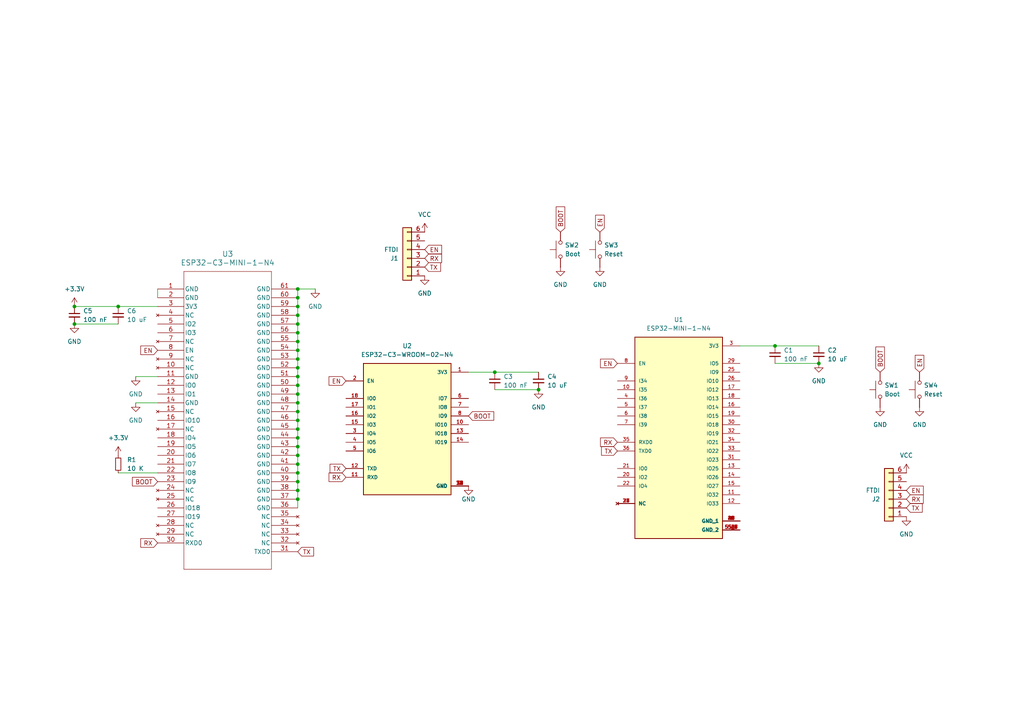
<source format=kicad_sch>
(kicad_sch (version 20231120) (generator "eeschema") (generator_version "8.0")
  (paper "A4")
  (lib_symbols
    (symbol "Connector_Generic:Conn_01x06" (pin_names (offset 1.016) hide)
      (property "Reference" "J" (at 0 7.62 0))
      (property "Value" "Conn_01x06" (at 0 -10.16 0))
      (symbol "Conn_01x06_1_1"
        (rectangle (start -1.27 -7.493) (end 0 -7.747) (stroke (width 0.1524)))
        (rectangle (start -1.27 -4.953) (end 0 -5.207) (stroke (width 0.1524)))
        (rectangle (start -1.27 -2.413) (end 0 -2.667) (stroke (width 0.1524)))
        (rectangle (start -1.27 0.127) (end 0 -0.127) (stroke (width 0.1524)))
        (rectangle (start -1.27 2.667) (end 0 2.413) (stroke (width 0.1524)))
        (rectangle (start -1.27 5.207) (end 0 4.953) (stroke (width 0.1524)))
        (rectangle (start -1.27 6.35) (end 1.27 -8.89) (stroke (width 0.254)) (fill (type background)))
        (pin passive line (at -5.08 5.08 0) (length 3.81) (name "Pin_1") (number "1"))
        (pin passive line (at -5.08 2.54 0) (length 3.81) (name "Pin_2") (number "2"))
        (pin passive line (at -5.08 0 0) (length 3.81) (name "Pin_3") (number "3"))
        (pin passive line (at -5.08 -2.54 0) (length 3.81) (name "Pin_4") (number "4"))
        (pin passive line (at -5.08 -5.08 0) (length 3.81) (name "Pin_5") (number "5"))
        (pin passive line (at -5.08 -7.62 0) (length 3.81) (name "Pin_6") (number "6"))
      )
    )
    (symbol "Device:C_Small" (pin_numbers hide) (pin_names (offset 0.254) hide)
      (property "Reference" "C" (at 0.254 1.778 0))
      (property "Value" "C_Small" (at 0.254 -2.032 0))
      (symbol "C_Small_0_1"
        (polyline (pts (xy -1.524 -0.508) (xy 1.524 -0.508)) (stroke (width 0.3302)))
        (polyline (pts (xy -1.524 0.508) (xy 1.524 0.508)) (stroke (width 0.3048)))
      )
      (symbol "C_Small_1_1"
        (pin passive line (at 0 2.54 270) (length 2.032) (name "~") (number "1"))
        (pin passive line (at 0 -2.54 90) (length 2.032) (name "~") (number "2"))
      )
    )
    (symbol "Device:R_Small" (pin_numbers hide) (pin_names (offset 0.254) hide)
      (property "Reference" "R" (at 0.762 0.508 0))
      (property "Value" "R_Small" (at 0.762 -1.016 0))
      (symbol "R_Small_0_1"
        (rectangle (start -0.762 1.778) (end 0.762 -1.778) (stroke (width 0.2032)))
      )
      (symbol "R_Small_1_1"
        (pin passive line (at 0 2.54 270) (length 0.762) (name "~") (number "1"))
        (pin passive line (at 0 -2.54 90) (length 0.762) (name "~") (number "2"))
      )
    )
    (symbol "ESP32-C3-WROOM-02-N4:ESP32-C3-WROOM-02-N4" (pin_names (offset 1.016))
      (property "Reference" "U" (at -12.7 21.082 0))
      (property "Value" "ESP32-C3-WROOM-02-N4" (at -12.7 -18.542 0))
      (symbol "ESP32-C3-WROOM-02-N4_0_0"
        (rectangle (start -12.7 -17.78) (end 12.7 20.32) (stroke (width 0.254)) (fill (type background)))
        (pin power_in line (at 17.78 17.78 180) (length 5.08) (name "3V3") (number "1"))
        (pin bidirectional line (at 17.78 2.54 180) (length 5.08) (name "IO10") (number "10"))
        (pin bidirectional line (at -17.78 -12.7 0) (length 5.08) (name "RXD") (number "11"))
        (pin bidirectional line (at -17.78 -10.16 0) (length 5.08) (name "TXD") (number "12"))
        (pin bidirectional line (at 17.78 0 180) (length 5.08) (name "IO18") (number "13"))
        (pin bidirectional line (at 17.78 -2.54 180) (length 5.08) (name "IO19") (number "14"))
        (pin bidirectional line (at -17.78 2.54 0) (length 5.08) (name "IO3") (number "15"))
        (pin bidirectional line (at -17.78 5.08 0) (length 5.08) (name "IO2") (number "16"))
        (pin bidirectional line (at -17.78 7.62 0) (length 5.08) (name "IO1") (number "17"))
        (pin bidirectional line (at -17.78 10.16 0) (length 5.08) (name "IO0") (number "18"))
        (pin power_in line (at 17.78 -15.24 180) (length 5.08) (name "GND") (number "19"))
        (pin input line (at -17.78 15.24 0) (length 5.08) (name "EN") (number "2"))
        (pin power_in line (at 17.78 -15.24 180) (length 5.08) (name "GND") (number "20"))
        (pin power_in line (at 17.78 -15.24 180) (length 5.08) (name "GND") (number "21"))
        (pin power_in line (at 17.78 -15.24 180) (length 5.08) (name "GND") (number "22"))
        (pin power_in line (at 17.78 -15.24 180) (length 5.08) (name "GND") (number "23"))
        (pin power_in line (at 17.78 -15.24 180) (length 5.08) (name "GND") (number "24"))
        (pin power_in line (at 17.78 -15.24 180) (length 5.08) (name "GND") (number "25"))
        (pin power_in line (at 17.78 -15.24 180) (length 5.08) (name "GND") (number "26"))
        (pin power_in line (at 17.78 -15.24 180) (length 5.08) (name "GND") (number "27"))
        (pin power_in line (at 17.78 -15.24 180) (length 5.08) (name "GND") (number "28"))
        (pin power_in line (at 17.78 -15.24 180) (length 5.08) (name "GND") (number "29"))
        (pin bidirectional line (at -17.78 0 0) (length 5.08) (name "IO4") (number "3"))
        (pin power_in line (at 17.78 -15.24 180) (length 5.08) (name "GND") (number "30"))
        (pin power_in line (at 17.78 -15.24 180) (length 5.08) (name "GND") (number "31"))
        (pin power_in line (at 17.78 -15.24 180) (length 5.08) (name "GND") (number "32"))
        (pin power_in line (at 17.78 -15.24 180) (length 5.08) (name "GND") (number "33"))
        (pin power_in line (at 17.78 -15.24 180) (length 5.08) (name "GND") (number "34"))
        (pin power_in line (at 17.78 -15.24 180) (length 5.08) (name "GND") (number "35"))
        (pin power_in line (at 17.78 -15.24 180) (length 5.08) (name "GND") (number "36"))
        (pin power_in line (at 17.78 -15.24 180) (length 5.08) (name "GND") (number "37"))
        (pin power_in line (at 17.78 -15.24 180) (length 5.08) (name "GND") (number "38"))
        (pin power_in line (at 17.78 -15.24 180) (length 5.08) (name "GND") (number "39"))
        (pin bidirectional line (at -17.78 -2.54 0) (length 5.08) (name "IO5") (number "4"))
        (pin bidirectional line (at -17.78 -5.08 0) (length 5.08) (name "IO6") (number "5"))
        (pin bidirectional line (at 17.78 10.16 180) (length 5.08) (name "IO7") (number "6"))
        (pin bidirectional line (at 17.78 7.62 180) (length 5.08) (name "IO8") (number "7"))
        (pin bidirectional line (at 17.78 5.08 180) (length 5.08) (name "IO9") (number "8"))
        (pin power_in line (at 17.78 -15.24 180) (length 5.08) (name "GND") (number "9"))
      )
    )
    (symbol "ESP32-MINI-1-N4-New:ESP32-C3-MINI-1-N4" (pin_names (offset 0.254))
      (property "Reference" "U" (at 20.32 10.16 0))
      (property "Value" "ESP32-C3-MINI-1-N4" (at 20.32 7.62 0))
      (symbol "ESP32-C3-MINI-1-N4_0_1"
        (polyline (pts (xy 7.62 -81.28) (xy 33.02 -81.28)) (stroke (width 0.127)))
        (polyline (pts (xy 7.62 5.08) (xy 7.62 -81.28)) (stroke (width 0.127)))
        (polyline (pts (xy 33.02 -81.28) (xy 33.02 5.08)) (stroke (width 0.127)))
        (polyline (pts (xy 33.02 5.08) (xy 7.62 5.08)) (stroke (width 0.127)))
        (pin power_out line (at 0 0 0) (length 7.62) (name "GND") (number "1"))
        (pin no_connect line (at 0 -22.86 0) (length 7.62) (name "NC") (number "10"))
        (pin power_out line (at 0 -25.4 0) (length 7.62) (name "GND") (number "11"))
        (pin bidirectional line (at 0 -27.94 0) (length 7.62) (name "IO0") (number "12"))
        (pin bidirectional line (at 0 -30.48 0) (length 7.62) (name "IO1") (number "13"))
        (pin power_out line (at 0 -33.02 0) (length 7.62) (name "GND") (number "14"))
        (pin no_connect line (at 0 -35.56 0) (length 7.62) (name "NC") (number "15"))
        (pin bidirectional line (at 0 -38.1 0) (length 7.62) (name "IO10") (number "16"))
        (pin no_connect line (at 0 -40.64 0) (length 7.62) (name "NC") (number "17"))
        (pin bidirectional line (at 0 -43.18 0) (length 7.62) (name "IO4") (number "18"))
        (pin bidirectional line (at 0 -45.72 0) (length 7.62) (name "IO5") (number "19"))
        (pin power_out line (at 0 -2.54 0) (length 7.62) (name "GND") (number "2"))
        (pin bidirectional line (at 0 -48.26 0) (length 7.62) (name "IO6") (number "20"))
        (pin bidirectional line (at 0 -50.8 0) (length 7.62) (name "IO7") (number "21"))
        (pin bidirectional line (at 0 -53.34 0) (length 7.62) (name "IO8") (number "22"))
        (pin bidirectional line (at 0 -55.88 0) (length 7.62) (name "IO9") (number "23"))
        (pin no_connect line (at 0 -58.42 0) (length 7.62) (name "NC") (number "24"))
        (pin no_connect line (at 0 -60.96 0) (length 7.62) (name "NC") (number "25"))
        (pin bidirectional line (at 0 -63.5 0) (length 7.62) (name "IO18") (number "26"))
        (pin bidirectional line (at 0 -66.04 0) (length 7.62) (name "IO19") (number "27"))
        (pin no_connect line (at 0 -68.58 0) (length 7.62) (name "NC") (number "28"))
        (pin no_connect line (at 0 -71.12 0) (length 7.62) (name "NC") (number "29"))
        (pin power_in line (at 0 -5.08 0) (length 7.62) (name "3V3") (number "3"))
        (pin bidirectional line (at 0 -73.66 0) (length 7.62) (name "RXD0") (number "30"))
        (pin bidirectional line (at 40.64 -76.2 180) (length 7.62) (name "TXD0") (number "31"))
        (pin no_connect line (at 40.64 -73.66 180) (length 7.62) (name "NC") (number "32"))
        (pin no_connect line (at 40.64 -71.12 180) (length 7.62) (name "NC") (number "33"))
        (pin no_connect line (at 40.64 -68.58 180) (length 7.62) (name "NC") (number "34"))
        (pin no_connect line (at 40.64 -66.04 180) (length 7.62) (name "NC") (number "35"))
        (pin power_out line (at 40.64 -63.5 180) (length 7.62) (name "GND") (number "36"))
        (pin power_out line (at 40.64 -60.96 180) (length 7.62) (name "GND") (number "37"))
        (pin power_out line (at 40.64 -58.42 180) (length 7.62) (name "GND") (number "38"))
        (pin power_out line (at 40.64 -55.88 180) (length 7.62) (name "GND") (number "39"))
        (pin no_connect line (at 0 -7.62 0) (length 7.62) (name "NC") (number "4"))
        (pin power_out line (at 40.64 -53.34 180) (length 7.62) (name "GND") (number "40"))
        (pin power_out line (at 40.64 -50.8 180) (length 7.62) (name "GND") (number "41"))
        (pin power_out line (at 40.64 -48.26 180) (length 7.62) (name "GND") (number "42"))
        (pin power_out line (at 40.64 -45.72 180) (length 7.62) (name "GND") (number "43"))
        (pin power_out line (at 40.64 -43.18 180) (length 7.62) (name "GND") (number "44"))
        (pin power_out line (at 40.64 -40.64 180) (length 7.62) (name "GND") (number "45"))
        (pin power_out line (at 40.64 -38.1 180) (length 7.62) (name "GND") (number "46"))
        (pin power_out line (at 40.64 -35.56 180) (length 7.62) (name "GND") (number "47"))
        (pin power_out line (at 40.64 -33.02 180) (length 7.62) (name "GND") (number "48"))
        (pin power_out line (at 40.64 -30.48 180) (length 7.62) (name "GND") (number "49"))
        (pin bidirectional line (at 0 -10.16 0) (length 7.62) (name "IO2") (number "5"))
        (pin power_out line (at 40.64 -27.94 180) (length 7.62) (name "GND") (number "50"))
        (pin power_out line (at 40.64 -25.4 180) (length 7.62) (name "GND") (number "51"))
        (pin power_out line (at 40.64 -22.86 180) (length 7.62) (name "GND") (number "52"))
        (pin power_out line (at 40.64 -20.32 180) (length 7.62) (name "GND") (number "53"))
        (pin power_out line (at 40.64 -17.78 180) (length 7.62) (name "GND") (number "54"))
        (pin power_out line (at 40.64 -15.24 180) (length 7.62) (name "GND") (number "55"))
        (pin power_out line (at 40.64 -12.7 180) (length 7.62) (name "GND") (number "56"))
        (pin power_out line (at 40.64 -10.16 180) (length 7.62) (name "GND") (number "57"))
        (pin power_out line (at 40.64 -7.62 180) (length 7.62) (name "GND") (number "58"))
        (pin power_out line (at 40.64 -5.08 180) (length 7.62) (name "GND") (number "59"))
        (pin bidirectional line (at 0 -12.7 0) (length 7.62) (name "IO3") (number "6"))
        (pin power_out line (at 40.64 -2.54 180) (length 7.62) (name "GND") (number "60"))
        (pin power_out line (at 40.64 0 180) (length 7.62) (name "GND") (number "61"))
        (pin no_connect line (at 0 -15.24 0) (length 7.62) (name "NC") (number "7"))
        (pin input line (at 0 -17.78 0) (length 7.62) (name "EN") (number "8"))
        (pin no_connect line (at 0 -20.32 0) (length 7.62) (name "NC") (number "9"))
      )
    )
    (symbol "ESP32-MINI-1-N4:ESP32-MINI-1-N4" (pin_names (offset 1.016))
      (property "Reference" "U" (at -12.7 28.702 0))
      (property "Value" "ESP32-MINI-1-N4" (at -12.7 -33.02 0))
      (symbol "ESP32-MINI-1-N4_0_0"
        (rectangle (start -12.7 -30.48) (end 12.7 27.94) (stroke (width 0.254)) (fill (type background)))
        (pin power_in line (at 17.78 -25.4 180) (length 5.08) (name "GND_1") (number "1"))
        (pin input line (at -17.78 12.7 0) (length 5.08) (name "I35") (number "10"))
        (pin bidirectional line (at 17.78 -17.78 180) (length 5.08) (name "IO32") (number "11"))
        (pin bidirectional line (at 17.78 -20.32 180) (length 5.08) (name "IO33") (number "12"))
        (pin bidirectional line (at 17.78 -10.16 180) (length 5.08) (name "IO25") (number "13"))
        (pin bidirectional line (at 17.78 -12.7 180) (length 5.08) (name "IO26") (number "14"))
        (pin bidirectional line (at 17.78 -15.24 180) (length 5.08) (name "IO27") (number "15"))
        (pin bidirectional line (at 17.78 7.62 180) (length 5.08) (name "IO14") (number "16"))
        (pin bidirectional line (at 17.78 12.7 180) (length 5.08) (name "IO12") (number "17"))
        (pin bidirectional line (at 17.78 10.16 180) (length 5.08) (name "IO13") (number "18"))
        (pin bidirectional line (at 17.78 5.08 180) (length 5.08) (name "IO15") (number "19"))
        (pin power_in line (at 17.78 -25.4 180) (length 5.08) (name "GND_1") (number "2"))
        (pin bidirectional line (at -17.78 -12.7 0) (length 5.08) (name "IO2") (number "20"))
        (pin bidirectional line (at -17.78 -10.16 0) (length 5.08) (name "IO0") (number "21"))
        (pin bidirectional line (at -17.78 -15.24 0) (length 5.08) (name "IO4") (number "22"))
        (pin no_connect line (at -17.78 -20.32 0) (length 5.08) (name "NC") (number "23"))
        (pin no_connect line (at -17.78 -20.32 0) (length 5.08) (name "NC") (number "24"))
        (pin bidirectional line (at 17.78 17.78 180) (length 5.08) (name "IO9") (number "25"))
        (pin bidirectional line (at 17.78 15.24 180) (length 5.08) (name "IO10") (number "26"))
        (pin power_in line (at 17.78 -25.4 180) (length 5.08) (name "GND_1") (number "27"))
        (pin no_connect line (at -17.78 -20.32 0) (length 5.08) (name "NC") (number "28"))
        (pin bidirectional line (at 17.78 20.32 180) (length 5.08) (name "IO5") (number "29"))
        (pin power_in line (at 17.78 25.4 180) (length 5.08) (name "3V3") (number "3"))
        (pin bidirectional line (at 17.78 2.54 180) (length 5.08) (name "IO18") (number "30"))
        (pin bidirectional line (at 17.78 -7.62 180) (length 5.08) (name "IO23") (number "31"))
        (pin bidirectional line (at 17.78 0 180) (length 5.08) (name "IO19") (number "32"))
        (pin bidirectional line (at 17.78 -5.08 180) (length 5.08) (name "IO22") (number "33"))
        (pin bidirectional line (at 17.78 -2.54 180) (length 5.08) (name "IO21") (number "34"))
        (pin bidirectional line (at -17.78 -2.54 0) (length 5.08) (name "RXD0") (number "35"))
        (pin bidirectional line (at -17.78 -5.08 0) (length 5.08) (name "TXD0") (number "36"))
        (pin no_connect line (at -17.78 -20.32 0) (length 5.08) (name "NC") (number "37"))
        (pin power_in line (at 17.78 -25.4 180) (length 5.08) (name "GND_1") (number "38"))
        (pin power_in line (at 17.78 -25.4 180) (length 5.08) (name "GND_1") (number "39"))
        (pin input line (at -17.78 10.16 0) (length 5.08) (name "I36") (number "4"))
        (pin power_in line (at 17.78 -25.4 180) (length 5.08) (name "GND_1") (number "40"))
        (pin power_in line (at 17.78 -25.4 180) (length 5.08) (name "GND_1") (number "41"))
        (pin power_in line (at 17.78 -25.4 180) (length 5.08) (name "GND_1") (number "42"))
        (pin power_in line (at 17.78 -25.4 180) (length 5.08) (name "GND_1") (number "43"))
        (pin power_in line (at 17.78 -25.4 180) (length 5.08) (name "GND_1") (number "44"))
        (pin power_in line (at 17.78 -25.4 180) (length 5.08) (name "GND_1") (number "45"))
        (pin power_in line (at 17.78 -25.4 180) (length 5.08) (name "GND_1") (number "46"))
        (pin power_in line (at 17.78 -25.4 180) (length 5.08) (name "GND_1") (number "47"))
        (pin power_in line (at 17.78 -25.4 180) (length 5.08) (name "GND_1") (number "48"))
        (pin power_in line (at 17.78 -25.4 180) (length 5.08) (name "GND_1") (number "49"))
        (pin input line (at -17.78 7.62 0) (length 5.08) (name "I37") (number "5"))
        (pin power_in line (at 17.78 -27.94 180) (length 5.08) (name "GND_2") (number "50"))
        (pin power_in line (at 17.78 -27.94 180) (length 5.08) (name "GND_2") (number "51"))
        (pin power_in line (at 17.78 -27.94 180) (length 5.08) (name "GND_2") (number "52"))
        (pin power_in line (at 17.78 -27.94 180) (length 5.08) (name "GND_2") (number "53"))
        (pin power_in line (at 17.78 -27.94 180) (length 5.08) (name "GND_2") (number "54"))
        (pin power_in line (at 17.78 -27.94 180) (length 5.08) (name "GND_2") (number "55_1"))
        (pin power_in line (at 17.78 -27.94 180) (length 5.08) (name "GND_2") (number "55_2"))
        (pin power_in line (at 17.78 -27.94 180) (length 5.08) (name "GND_2") (number "55_3"))
        (pin power_in line (at 17.78 -27.94 180) (length 5.08) (name "GND_2") (number "55_4"))
        (pin power_in line (at 17.78 -27.94 180) (length 5.08) (name "GND_2") (number "55_5"))
        (pin power_in line (at 17.78 -27.94 180) (length 5.08) (name "GND_2") (number "55_6"))
        (pin power_in line (at 17.78 -27.94 180) (length 5.08) (name "GND_2") (number "55_7"))
        (pin power_in line (at 17.78 -27.94 180) (length 5.08) (name "GND_2") (number "55_8"))
        (pin power_in line (at 17.78 -27.94 180) (length 5.08) (name "GND_2") (number "55_9"))
        (pin input line (at -17.78 5.08 0) (length 5.08) (name "I38") (number "6"))
        (pin input line (at -17.78 2.54 0) (length 5.08) (name "I39") (number "7"))
        (pin input line (at -17.78 20.32 0) (length 5.08) (name "EN") (number "8"))
        (pin input line (at -17.78 15.24 0) (length 5.08) (name "I34") (number "9"))
      )
    )
    (symbol "Switch:SW_Push" (pin_numbers hide) (pin_names (offset 1.016) hide)
      (property "Reference" "SW" (at 1.27 2.54 0))
      (property "Value" "SW_Push" (at 0 -1.524 0))
      (symbol "SW_Push_0_1"
        (circle (center -2.032 0) (radius 0.508))
        (polyline (pts (xy 0 1.27) (xy 0 3.048)))
        (polyline (pts (xy 2.54 1.27) (xy -2.54 1.27)))
        (circle (center 2.032 0) (radius 0.508))
        (pin passive line (at -5.08 0 0) (length 2.54) (name "1") (number "1"))
        (pin passive line (at 5.08 0 180) (length 2.54) (name "2") (number "2"))
      )
    )
    (symbol "power:+3.3V" (power) (pin_numbers hide) (pin_names (offset 0) hide)
      (property "Value" "+3.3V" (at 0 3.556 0))
      (symbol "+3.3V_0_1"
        (polyline (pts (xy -0.762 1.27) (xy 0 2.54)))
        (polyline (pts (xy 0 0) (xy 0 2.54)))
        (polyline (pts (xy 0 2.54) (xy 0.762 1.27)))
      )
      (symbol "+3.3V_1_1"
        (pin power_in line (at 0 0 90) (length 0) (name "~") (number "1"))
      )
    )
    (symbol "power:GND" (power) (pin_numbers hide) (pin_names (offset 0) hide)
      (property "Value" "GND" (at 0 -3.81 0))
      (symbol "GND_0_1"
        (polyline (pts (xy 0 0) (xy 0 -1.27) (xy 1.27 -1.27) (xy 0 -2.54) (xy -1.27 -1.27) (xy 0 -1.27)))
      )
      (symbol "GND_1_1"
        (pin power_in line (at 0 0 270) (length 0) (name "~") (number "1"))
      )
    )
    (symbol "power:VCC" (power) (pin_numbers hide) (pin_names (offset 0) hide)
      (property "Value" "VCC" (at 0 3.556 0))
      (symbol "VCC_0_1"
        (polyline (pts (xy -0.762 1.27) (xy 0 2.54)))
        (polyline (pts (xy 0 0) (xy 0 2.54)))
        (polyline (pts (xy 0 2.54) (xy 0.762 1.27)))
      )
      (symbol "VCC_1_1"
        (pin power_in line (at 0 0 90) (length 0) (name "~") (number "1"))
      )
    )
  )
  (junction (at 143.51 107.95))
  (junction (at 86.36 111.76))
  (junction (at 34.29 88.9))
  (junction (at 86.36 86.36))
  (junction (at 86.36 127))
  (junction (at 86.36 93.98))
  (junction (at 86.36 104.14))
  (junction (at 156.21 113.03))
  (junction (at 86.36 114.3))
  (junction (at 86.36 134.62))
  (junction (at 86.36 137.16))
  (junction (at 86.36 101.6))
  (junction (at 237.49 105.41))
  (junction (at 86.36 106.68))
  (junction (at 86.36 132.08))
  (junction (at 86.36 96.52))
  (junction (at 21.59 93.98))
  (junction (at 86.36 91.44))
  (junction (at 86.36 129.54))
  (junction (at 21.59 88.9))
  (junction (at 86.36 144.78))
  (junction (at 86.36 142.24))
  (junction (at 86.36 88.9))
  (junction (at 86.36 109.22))
  (junction (at 224.79 100.33))
  (junction (at 86.36 119.38))
  (junction (at 86.36 124.46))
  (junction (at 86.36 121.92))
  (junction (at 86.36 83.82))
  (junction (at 86.36 99.06))
  (junction (at 86.36 116.84))
  (junction (at 86.36 139.7))
  (wire (pts (xy 34.29 88.9) (xy 45.72 88.9)))
  (wire (pts (xy 45.72 83.82) (xy 45.72 86.36)))
  (wire (pts (xy 86.36 106.68) (xy 86.36 109.22)))
  (wire (pts (xy 86.36 88.9) (xy 86.36 91.44)))
  (wire (pts (xy 39.37 116.84) (xy 45.72 116.84)))
  (wire (pts (xy 224.79 105.41) (xy 237.49 105.41)))
  (wire (pts (xy 39.37 109.22) (xy 45.72 109.22)))
  (wire (pts (xy 86.36 144.78) (xy 86.36 147.32)))
  (wire (pts (xy 86.36 111.76) (xy 86.36 114.3)))
  (wire (pts (xy 86.36 129.54) (xy 86.36 132.08)))
  (wire (pts (xy 86.36 139.7) (xy 86.36 142.24)))
  (wire (pts (xy 214.63 100.33) (xy 224.79 100.33)))
  (wire (pts (xy 34.29 137.16) (xy 45.72 137.16)))
  (wire (pts (xy 86.36 104.14) (xy 86.36 106.68)))
  (wire (pts (xy 86.36 134.62) (xy 86.36 137.16)))
  (wire (pts (xy 86.36 101.6) (xy 86.36 104.14)))
  (wire (pts (xy 135.89 107.95) (xy 143.51 107.95)))
  (wire (pts (xy 86.36 86.36) (xy 86.36 88.9)))
  (wire (pts (xy 86.36 83.82) (xy 86.36 86.36)))
  (wire (pts (xy 86.36 91.44) (xy 86.36 93.98)))
  (wire (pts (xy 86.36 119.38) (xy 86.36 121.92)))
  (wire (pts (xy 21.59 88.9) (xy 34.29 88.9)))
  (wire (pts (xy 86.36 114.3) (xy 86.36 116.84)))
  (wire (pts (xy 86.36 124.46) (xy 86.36 127)))
  (wire (pts (xy 86.36 137.16) (xy 86.36 139.7)))
  (wire (pts (xy 86.36 96.52) (xy 86.36 99.06)))
  (wire (pts (xy 224.79 100.33) (xy 237.49 100.33)))
  (wire (pts (xy 143.51 107.95) (xy 156.21 107.95)))
  (wire (pts (xy 86.36 127) (xy 86.36 129.54)))
  (wire (pts (xy 21.59 93.98) (xy 34.29 93.98)))
  (wire (pts (xy 86.36 99.06) (xy 86.36 101.6)))
  (wire (pts (xy 86.36 116.84) (xy 86.36 119.38)))
  (wire (pts (xy 86.36 132.08) (xy 86.36 134.62)))
  (wire (pts (xy 86.36 109.22) (xy 86.36 111.76)))
  (wire (pts (xy 143.51 113.03) (xy 156.21 113.03)))
  (wire (pts (xy 86.36 83.82) (xy 91.44 83.82)))
  (wire (pts (xy 86.36 142.24) (xy 86.36 144.78)))
  (wire (pts (xy 86.36 93.98) (xy 86.36 96.52)))
  (wire (pts (xy 86.36 121.92) (xy 86.36 124.46)))
  (global_label "BOOT" (shape input) (at 162.56 67.31 90) (property "Intersheetrefs" "${INTERSHEET_REFS}" (effects (hide yes))))
  (global_label "EN" (shape input) (at 266.7 107.95 90) (property "Intersheetrefs" "${INTERSHEET_REFS}" (effects (hide yes))))
  (global_label "TX" (shape input) (at 86.36 160.02 0) (property "Intersheetrefs" "${INTERSHEET_REFS}" (effects (hide yes))))
  (global_label "TX" (shape input) (at 262.89 147.32 0) (property "Intersheetrefs" "${INTERSHEET_REFS}" (effects (hide yes))))
  (global_label "RX" (shape input) (at 179.07 128.27 180) (property "Intersheetrefs" "${INTERSHEET_REFS}" (effects (hide yes))))
  (global_label "BOOT" (shape input) (at 45.72 139.7 180) (property "Intersheetrefs" "${INTERSHEET_REFS}" (effects (hide yes))))
  (global_label "EN" (shape input) (at 123.19 72.39 0) (property "Intersheetrefs" "${INTERSHEET_REFS}" (effects (hide yes))))
  (global_label "BOOT" (shape input) (at 255.27 107.95 90) (property "Intersheetrefs" "${INTERSHEET_REFS}" (effects (hide yes))))
  (global_label "RX" (shape input) (at 123.19 74.93 0) (property "Intersheetrefs" "${INTERSHEET_REFS}" (effects (hide yes))))
  (global_label "EN" (shape input) (at 45.72 101.6 180) (property "Intersheetrefs" "${INTERSHEET_REFS}" (effects (hide yes))))
  (global_label "TX" (shape input) (at 179.07 130.81 180) (property "Intersheetrefs" "${INTERSHEET_REFS}" (effects (hide yes))))
  (global_label "RX" (shape input) (at 100.33 138.43 180) (property "Intersheetrefs" "${INTERSHEET_REFS}" (effects (hide yes))))
  (global_label "TX" (shape input) (at 123.19 77.47 0) (property "Intersheetrefs" "${INTERSHEET_REFS}" (effects (hide yes))))
  (global_label "EN" (shape input) (at 100.33 110.49 180) (property "Intersheetrefs" "${INTERSHEET_REFS}" (effects (hide yes))))
  (global_label "EN" (shape input) (at 173.99 67.31 90) (property "Intersheetrefs" "${INTERSHEET_REFS}" (effects (hide yes))))
  (global_label "EN" (shape input) (at 179.07 105.41 180) (property "Intersheetrefs" "${INTERSHEET_REFS}" (effects (hide yes))))
  (global_label "TX" (shape input) (at 100.33 135.89 180) (property "Intersheetrefs" "${INTERSHEET_REFS}" (effects (hide yes))))
  (global_label "EN" (shape input) (at 262.89 142.24 0) (property "Intersheetrefs" "${INTERSHEET_REFS}" (effects (hide yes))))
  (global_label "RX" (shape input) (at 262.89 144.78 0) (property "Intersheetrefs" "${INTERSHEET_REFS}" (effects (hide yes))))
  (global_label "RX" (shape input) (at 45.72 157.48 180) (property "Intersheetrefs" "${INTERSHEET_REFS}" (effects (hide yes))))
  (global_label "BOOT" (shape input) (at 135.89 120.65 0) (property "Intersheetrefs" "${INTERSHEET_REFS}" (effects (hide yes))))
  (symbol (lib_id "power:GND") (at 162.56 77.47 0) (unit 1)
    (property "Reference" "#PWR08" (effects (hide yes)))
    (property "Value" "GND" (at 162.56 82.55 0))
    (property "Description" "Power symbol creates a global label with name \"GND\" , ground" (effects (hide yes)))
  )
  (symbol (lib_id "ESP32-MINI-1-N4-New:ESP32-C3-MINI-1-N4") (at 45.72 83.82 0) (unit 1)
    (property "Reference" "U3" (at 66.04 73.66 0) (effects (font (size 1.524 1.524))))
    (property "Value" "ESP32-C3-MINI-1-N4" (at 66.04 76.2 0) (effects (font (size 1.524 1.524))))
    (property "Footprint" "ESP32-C3-MINI-1_EXP" (effects (hide yes)))
    (property "Datasheet" "ESP32-C3-MINI-1-N4" (effects (hide yes)))
  )
  (symbol (lib_id "power:+3.3V") (at 34.29 132.08 0) (unit 1)
    (property "Reference" "#PWR017" (effects (hide yes)))
    (property "Value" "+3.3V" (at 34.29 127 0))
    (property "Description" "Power symbol creates a global label with name \"+3.3V\"" (effects (hide yes)))
  )
  (symbol (lib_id "power:VCC") (at 123.19 67.31 0) (unit 1)
    (property "Reference" "#PWR02" (effects (hide yes)))
    (property "Value" "VCC" (at 123.19 62.23 0))
    (property "Description" "Power symbol creates a global label with name \"VCC\"" (effects (hide yes)))
  )
  (symbol (lib_id "Switch:SW_Push") (at 173.99 72.39 90) (unit 1)
    (property "Reference" "SW3" (at 175.26 71.1199 90) (effects (justify right)))
    (property "Value" "Reset" (at 175.26 73.6599 90) (effects (justify right)))
    (property "Description" "Push button switch, generic, two pins" (effects (hide yes)))
  )
  (symbol (lib_id "Switch:SW_Push") (at 162.56 72.39 90) (unit 1)
    (property "Reference" "SW2" (at 163.83 71.1199 90) (effects (justify right)))
    (property "Value" "Boot" (at 163.83 73.6599 90) (effects (justify right)))
    (property "Description" "Push button switch, generic, two pins" (effects (hide yes)))
  )
  (symbol (lib_id "power:GND") (at 39.37 109.22 0) (unit 1)
    (property "Reference" "#PWR014" (effects (hide yes)))
    (property "Value" "GND" (at 39.37 114.3 0))
    (property "Description" "Power symbol creates a global label with name \"GND\" , ground" (effects (hide yes)))
  )
  (symbol (lib_id "power:GND") (at 237.49 105.41 0) (unit 1)
    (property "Reference" "#PWR03" (effects (hide yes)))
    (property "Value" "GND" (at 237.49 110.49 0))
    (property "Description" "Power symbol creates a global label with name \"GND\" , ground" (effects (hide yes)))
  )
  (symbol (lib_id "Device:C_Small") (at 224.79 102.87 0) (unit 1)
    (property "Reference" "C1" (at 227.33 101.6062 0) (effects (justify left)))
    (property "Value" "100 nF" (at 227.33 104.1462 0) (effects (justify left)))
    (property "Description" "Unpolarized capacitor, small symbol" (effects (hide yes)))
  )
  (symbol (lib_id "power:GND") (at 156.21 113.03 0) (unit 1)
    (property "Reference" "#PWR010" (effects (hide yes)))
    (property "Value" "GND" (at 156.21 118.11 0))
    (property "Description" "Power symbol creates a global label with name \"GND\" , ground" (effects (hide yes)))
  )
  (symbol (lib_id "Device:C_Small") (at 156.21 110.49 0) (unit 1)
    (property "Reference" "C4" (at 158.75 109.2262 0) (effects (justify left)))
    (property "Value" "10 uF" (at 158.75 111.7662 0) (effects (justify left)))
    (property "Description" "Unpolarized capacitor, small symbol" (effects (hide yes)))
  )
  (symbol (lib_id "Switch:SW_Push") (at 266.7 113.03 90) (unit 1)
    (property "Reference" "SW4" (at 267.97 111.7599 90) (effects (justify right)))
    (property "Value" "Reset" (at 267.97 114.2999 90) (effects (justify right)))
    (property "Description" "Push button switch, generic, two pins" (effects (hide yes)))
  )
  (symbol (lib_id "Device:C_Small") (at 237.49 102.87 0) (unit 1)
    (property "Reference" "C2" (at 240.03 101.6062 0) (effects (justify left)))
    (property "Value" "10 uF" (at 240.03 104.1462 0) (effects (justify left)))
    (property "Description" "Unpolarized capacitor, small symbol" (effects (hide yes)))
  )
  (symbol (lib_id "power:GND") (at 262.89 149.86 0) (unit 1)
    (property "Reference" "#PWR011" (effects (hide yes)))
    (property "Value" "GND" (at 262.89 154.94 0))
    (property "Description" "Power symbol creates a global label with name \"GND\" , ground" (effects (hide yes)))
  )
  (symbol (lib_id "power:GND") (at 135.89 140.97 0) (unit 1)
    (property "Reference" "#PWR07" (effects (hide yes)))
    (property "Value" "GND" (at 135.89 144.78 0))
    (property "Description" "Power symbol creates a global label with name \"GND\" , ground" (effects (hide yes)))
  )
  (symbol (lib_id "power:+3.3V") (at 21.59 88.9 0) (unit 1)
    (property "Reference" "#PWR016" (effects (hide yes)))
    (property "Value" "+3.3V" (at 21.59 83.82 0))
    (property "Description" "Power symbol creates a global label with name \"+3.3V\"" (effects (hide yes)))
  )
  (symbol (lib_id "ESP32-C3-WROOM-02-N4:ESP32-C3-WROOM-02-N4") (at 118.11 125.73 0) (unit 1)
    (property "Reference" "U2" (at 118.11 100.33 0))
    (property "Value" "ESP32-C3-WROOM-02-N4" (at 118.11 102.87 0))
    (property "Footprint" "ESP32-C3-WROOM-02-N4:MODULE_ESP32-C3-WROOM-02-H4" (effects (hide yes)))
    (property "MF" "Espressif Systems" (effects (hide yes)))
    (property "DESCRIPTION" "WiFi Modules (802.11) (Engineering Samples) SMD module, ESP32-C3, 4MB SPI flash, PCB antenna, -40 C +105 C" (effects (hide yes)))
    (property "PACKAGE" "Package" (effects (hide yes)))
    (property "PRICE" "None" (effects (hide yes)))
    (property "Package" "Package" (effects (hide yes)))
    (property "Check_prices" "https://www.snapeda.com/parts/ESP32-C3-WROOM-02-N4/Espressif+Systems/view-part/?ref=eda" (effects (hide yes)))
    (property "Price" "None" (effects (hide yes)))
    (property "SnapEDA_Link" "https://www.snapeda.com/parts/ESP32-C3-WROOM-02-N4/Espressif+Systems/view-part/?ref=snap" (effects (hide yes)))
    (property "MP" "ESP32-C3-WROOM-02-N4" (effects (hide yes)))
    (property "Purchase-URL" "https://www.snapeda.com/api/url_track_click_mouser/?unipart_id=5683419&manufacturer=Espressif Systems&part_name=ESP32-C3-WROOM-02-N4&search_term=esp32-c3-wroom-02" (effects (hide yes)))
    (property "Description_1" "\nWiFi Modules (802.11) (Engineering Samples) SMD module, ESP32-C3, 4MB SPI flash, PCB antenna, -40 C +85 C\n" (effects (hide yes)))
    (property "Availability" "In Stock" (effects (hide yes)))
    (property "AVAILABILITY" "In Stock" (effects (hide yes)))
    (property "PURCHASE-URL" "https://pricing.snapeda.com/search/part/ESP32-C3-WROOM-02-H4/?ref=eda" (effects (hide yes)))
  )
  (symbol (lib_id "ESP32-MINI-1-N4:ESP32-MINI-1-N4") (at 196.85 125.73 0) (unit 1)
    (property "Reference" "U1" (at 196.85 92.71 0))
    (property "Value" "ESP32-MINI-1-N4" (at 196.85 95.25 0))
    (property "Footprint" "ESP32-MINI-1-N4:XCVR_ESP32-MINI-1-N4" (effects (hide yes)))
    (property "MF" "Espressif Systems" (effects (hide yes)))
    (property "MAXIMUM_PACKAGE_HEIGHT" "2.65mm" (effects (hide yes)))
    (property "Package" "Module Espressif Systems" (effects (hide yes)))
    (property "Price" "None" (effects (hide yes)))
    (property "Check_prices" "https://www.snapeda.com/parts/ESP32-MINI-1-N4/Espressif+Systems/view-part/?ref=eda" (effects (hide yes)))
    (property "STANDARD" "Manufacturer Recommendations" (effects (hide yes)))
    (property "PARTREV" "1.3" (effects (hide yes)))
    (property "SnapEDA_Link" "https://www.snapeda.com/parts/ESP32-MINI-1-N4/Espressif+Systems/view-part/?ref=snap" (effects (hide yes)))
    (property "MP" "ESP32-MINI-1-N4" (effects (hide yes)))
    (property "Purchase-URL" "https://www.snapeda.com/api/url_track_click_mouser/?unipart_id=5811772&manufacturer=Espressif Systems&part_name=ESP32-MINI-1-N4&search_term=esp32-mini-1-n4" (effects (hide yes)))
    (property "Description_1" "\nBluetooth, WiFi 802.11b/g/n, Bluetooth v4.2 +EDR, Class 1, 2 and 3 Transceiver Module 2.412GHz ~ 2.484GHz Integrated, Trace Chassis Mount\n" (effects (hide yes)))
    (property "Availability" "In Stock" (effects (hide yes)))
    (property "MANUFACTURER" "Espressif Systems" (effects (hide yes)))
  )
  (symbol (lib_id "Device:C_Small") (at 34.29 91.44 0) (unit 1)
    (property "Reference" "C6" (at 36.83 90.1762 0) (effects (justify left)))
    (property "Value" "10 uF" (at 36.83 92.7162 0) (effects (justify left)))
    (property "Description" "Unpolarized capacitor, small symbol" (effects (hide yes)))
  )
  (symbol (lib_id "power:GND") (at 39.37 116.84 0) (unit 1)
    (property "Reference" "#PWR015" (effects (hide yes)))
    (property "Value" "GND" (at 39.37 121.92 0))
    (property "Description" "Power symbol creates a global label with name \"GND\" , ground" (effects (hide yes)))
  )
  (symbol (lib_id "Connector_Generic:Conn_01x06") (at 257.81 144.78 180) (unit 1)
    (property "Reference" "J2" (at 255.27 144.7801 0) (effects (justify left)))
    (property "Value" "FTDI" (at 255.27 142.2401 0) (effects (justify left)))
    (property "Description" "Generic connector, single row, 01x06, script generated (kicad-library-utils/schlib/autogen/connector/)" (effects (hide yes)))
  )
  (symbol (lib_id "Device:C_Small") (at 143.51 110.49 0) (unit 1)
    (property "Reference" "C3" (at 146.05 109.2262 0) (effects (justify left)))
    (property "Value" "100 nF" (at 146.05 111.7662 0) (effects (justify left)))
    (property "Description" "Unpolarized capacitor, small symbol" (effects (hide yes)))
  )
  (symbol (lib_id "Connector_Generic:Conn_01x06") (at 118.11 74.93 180) (unit 1)
    (property "Reference" "J1" (at 115.57 74.9301 0) (effects (justify left)))
    (property "Value" "FTDI" (at 115.57 72.3901 0) (effects (justify left)))
    (property "Description" "Generic connector, single row, 01x06, script generated (kicad-library-utils/schlib/autogen/connector/)" (effects (hide yes)))
  )
  (symbol (lib_id "Switch:SW_Push") (at 255.27 113.03 90) (unit 1)
    (property "Reference" "SW1" (at 256.54 111.7599 90) (effects (justify right)))
    (property "Value" "Boot" (at 256.54 114.2999 90) (effects (justify right)))
    (property "Description" "Push button switch, generic, two pins" (effects (hide yes)))
  )
  (symbol (lib_id "power:GND") (at 21.59 93.98 0) (unit 1)
    (property "Reference" "#PWR013" (effects (hide yes)))
    (property "Value" "GND" (at 21.59 99.06 0))
    (property "Description" "Power symbol creates a global label with name \"GND\" , ground" (effects (hide yes)))
  )
  (symbol (lib_id "power:GND") (at 266.7 118.11 0) (unit 1)
    (property "Reference" "#PWR05" (effects (hide yes)))
    (property "Value" "GND" (at 266.7 123.19 0))
    (property "Description" "Power symbol creates a global label with name \"GND\" , ground" (effects (hide yes)))
  )
  (symbol (lib_id "power:GND") (at 123.19 80.01 0) (unit 1)
    (property "Reference" "#PWR01" (effects (hide yes)))
    (property "Value" "GND" (at 123.19 85.09 0))
    (property "Description" "Power symbol creates a global label with name \"GND\" , ground" (effects (hide yes)))
  )
  (symbol (lib_id "power:GND") (at 255.27 118.11 0) (unit 1)
    (property "Reference" "#PWR04" (effects (hide yes)))
    (property "Value" "GND" (at 255.27 123.19 0))
    (property "Description" "Power symbol creates a global label with name \"GND\" , ground" (effects (hide yes)))
  )
  (symbol (lib_id "Device:R_Small") (at 34.29 134.62 0) (unit 1)
    (property "Reference" "R1" (at 36.83 133.3499 0) (effects (justify left)))
    (property "Value" "10 K" (at 36.83 135.8899 0) (effects (justify left)))
    (property "Description" "Resistor, small symbol" (effects (hide yes)))
  )
  (symbol (lib_id "power:VCC") (at 262.89 137.16 0) (unit 1)
    (property "Reference" "#PWR06" (effects (hide yes)))
    (property "Value" "VCC" (at 262.89 132.08 0))
    (property "Description" "Power symbol creates a global label with name \"VCC\"" (effects (hide yes)))
  )
  (symbol (lib_id "Device:C_Small") (at 21.59 91.44 0) (unit 1)
    (property "Reference" "C5" (at 24.13 90.1762 0) (effects (justify left)))
    (property "Value" "100 nF" (at 24.13 92.7162 0) (effects (justify left)))
    (property "Description" "Unpolarized capacitor, small symbol" (effects (hide yes)))
  )
  (symbol (lib_id "power:GND") (at 173.99 77.47 0) (unit 1)
    (property "Reference" "#PWR09" (effects (hide yes)))
    (property "Value" "GND" (at 173.99 82.55 0))
    (property "Description" "Power symbol creates a global label with name \"GND\" , ground" (effects (hide yes)))
  )
  (symbol (lib_id "power:GND") (at 91.44 83.82 0) (unit 1)
    (property "Reference" "#PWR012" (effects (hide yes)))
    (property "Value" "GND" (at 91.44 88.9 0))
    (property "Description" "Power symbol creates a global label with name \"GND\" , ground" (effects (hide yes)))
  )
)
</source>
